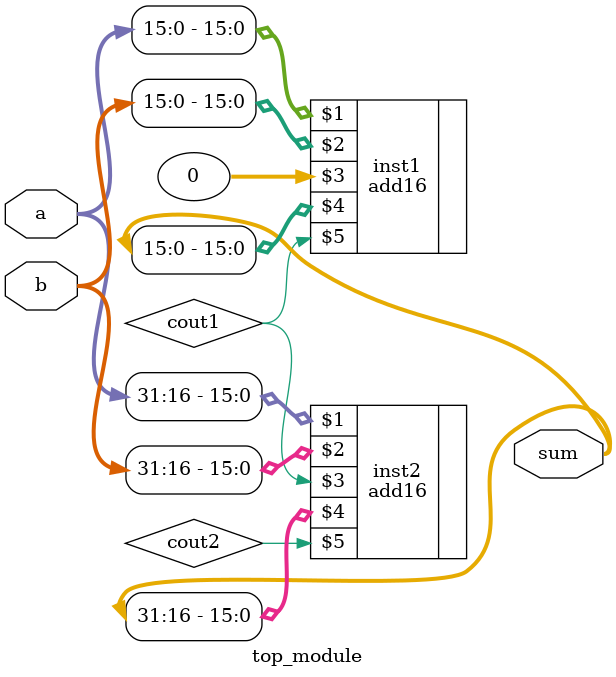
<source format=v>
module top_module(
    input [31:0] a,
    input [31:0] b,
    output [31:0] sum
);
    wire cout1,cout2;
    
  add16 inst1(a[15:0], b[15:0], 0, sum[15:0], cout1);
  add16 inst2(a[31:16], b[31:16], cout1, sum[31:16], cout2);

endmodule

</source>
